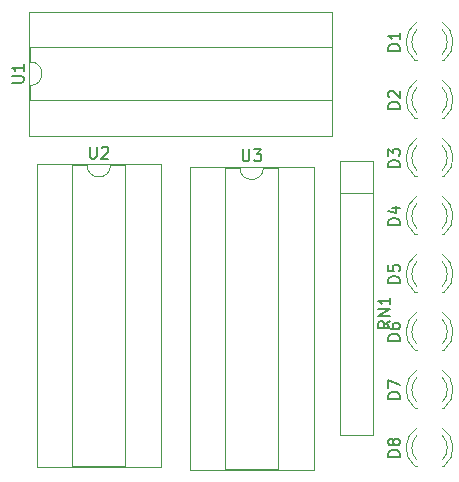
<source format=gbr>
%TF.GenerationSoftware,KiCad,Pcbnew,6.0.2+dfsg-1*%
%TF.CreationDate,2023-02-24T13:33:50-05:00*%
%TF.ProjectId,Register,52656769-7374-4657-922e-6b696361645f,rev?*%
%TF.SameCoordinates,Original*%
%TF.FileFunction,Legend,Top*%
%TF.FilePolarity,Positive*%
%FSLAX46Y46*%
G04 Gerber Fmt 4.6, Leading zero omitted, Abs format (unit mm)*
G04 Created by KiCad (PCBNEW 6.0.2+dfsg-1) date 2023-02-24 13:33:50*
%MOMM*%
%LPD*%
G01*
G04 APERTURE LIST*
%ADD10C,0.150000*%
%ADD11C,0.120000*%
G04 APERTURE END LIST*
D10*
%TO.C,D3*%
X80962380Y-68023095D02*
X79962380Y-68023095D01*
X79962380Y-67785000D01*
X80010000Y-67642142D01*
X80105238Y-67546904D01*
X80200476Y-67499285D01*
X80390952Y-67451666D01*
X80533809Y-67451666D01*
X80724285Y-67499285D01*
X80819523Y-67546904D01*
X80914761Y-67642142D01*
X80962380Y-67785000D01*
X80962380Y-68023095D01*
X79962380Y-67118333D02*
X79962380Y-66499285D01*
X80343333Y-66832619D01*
X80343333Y-66689761D01*
X80390952Y-66594523D01*
X80438571Y-66546904D01*
X80533809Y-66499285D01*
X80771904Y-66499285D01*
X80867142Y-66546904D01*
X80914761Y-66594523D01*
X80962380Y-66689761D01*
X80962380Y-66975476D01*
X80914761Y-67070714D01*
X80867142Y-67118333D01*
%TO.C,U3*%
X67648095Y-66557380D02*
X67648095Y-67366904D01*
X67695714Y-67462142D01*
X67743333Y-67509761D01*
X67838571Y-67557380D01*
X68029047Y-67557380D01*
X68124285Y-67509761D01*
X68171904Y-67462142D01*
X68219523Y-67366904D01*
X68219523Y-66557380D01*
X68600476Y-66557380D02*
X69219523Y-66557380D01*
X68886190Y-66938333D01*
X69029047Y-66938333D01*
X69124285Y-66985952D01*
X69171904Y-67033571D01*
X69219523Y-67128809D01*
X69219523Y-67366904D01*
X69171904Y-67462142D01*
X69124285Y-67509761D01*
X69029047Y-67557380D01*
X68743333Y-67557380D01*
X68648095Y-67509761D01*
X68600476Y-67462142D01*
%TO.C,D7*%
X80962380Y-87653095D02*
X79962380Y-87653095D01*
X79962380Y-87415000D01*
X80010000Y-87272142D01*
X80105238Y-87176904D01*
X80200476Y-87129285D01*
X80390952Y-87081666D01*
X80533809Y-87081666D01*
X80724285Y-87129285D01*
X80819523Y-87176904D01*
X80914761Y-87272142D01*
X80962380Y-87415000D01*
X80962380Y-87653095D01*
X79962380Y-86748333D02*
X79962380Y-86081666D01*
X80962380Y-86510238D01*
%TO.C,U2*%
X54708095Y-66337380D02*
X54708095Y-67146904D01*
X54755714Y-67242142D01*
X54803333Y-67289761D01*
X54898571Y-67337380D01*
X55089047Y-67337380D01*
X55184285Y-67289761D01*
X55231904Y-67242142D01*
X55279523Y-67146904D01*
X55279523Y-66337380D01*
X55708095Y-66432619D02*
X55755714Y-66385000D01*
X55850952Y-66337380D01*
X56089047Y-66337380D01*
X56184285Y-66385000D01*
X56231904Y-66432619D01*
X56279523Y-66527857D01*
X56279523Y-66623095D01*
X56231904Y-66765952D01*
X55660476Y-67337380D01*
X56279523Y-67337380D01*
%TO.C,D4*%
X80962380Y-72933095D02*
X79962380Y-72933095D01*
X79962380Y-72695000D01*
X80010000Y-72552142D01*
X80105238Y-72456904D01*
X80200476Y-72409285D01*
X80390952Y-72361666D01*
X80533809Y-72361666D01*
X80724285Y-72409285D01*
X80819523Y-72456904D01*
X80914761Y-72552142D01*
X80962380Y-72695000D01*
X80962380Y-72933095D01*
X80295714Y-71504523D02*
X80962380Y-71504523D01*
X79914761Y-71742619D02*
X80629047Y-71980714D01*
X80629047Y-71361666D01*
%TO.C,D1*%
X80962380Y-58198095D02*
X79962380Y-58198095D01*
X79962380Y-57960000D01*
X80010000Y-57817142D01*
X80105238Y-57721904D01*
X80200476Y-57674285D01*
X80390952Y-57626666D01*
X80533809Y-57626666D01*
X80724285Y-57674285D01*
X80819523Y-57721904D01*
X80914761Y-57817142D01*
X80962380Y-57960000D01*
X80962380Y-58198095D01*
X80962380Y-56674285D02*
X80962380Y-57245714D01*
X80962380Y-56960000D02*
X79962380Y-56960000D01*
X80105238Y-57055238D01*
X80200476Y-57150476D01*
X80248095Y-57245714D01*
%TO.C,U1*%
X48102380Y-60911904D02*
X48911904Y-60911904D01*
X49007142Y-60864285D01*
X49054761Y-60816666D01*
X49102380Y-60721428D01*
X49102380Y-60530952D01*
X49054761Y-60435714D01*
X49007142Y-60388095D01*
X48911904Y-60340476D01*
X48102380Y-60340476D01*
X49102380Y-59340476D02*
X49102380Y-59911904D01*
X49102380Y-59626190D02*
X48102380Y-59626190D01*
X48245238Y-59721428D01*
X48340476Y-59816666D01*
X48388095Y-59911904D01*
%TO.C,D8*%
X80962380Y-92563095D02*
X79962380Y-92563095D01*
X79962380Y-92325000D01*
X80010000Y-92182142D01*
X80105238Y-92086904D01*
X80200476Y-92039285D01*
X80390952Y-91991666D01*
X80533809Y-91991666D01*
X80724285Y-92039285D01*
X80819523Y-92086904D01*
X80914761Y-92182142D01*
X80962380Y-92325000D01*
X80962380Y-92563095D01*
X80390952Y-91420238D02*
X80343333Y-91515476D01*
X80295714Y-91563095D01*
X80200476Y-91610714D01*
X80152857Y-91610714D01*
X80057619Y-91563095D01*
X80010000Y-91515476D01*
X79962380Y-91420238D01*
X79962380Y-91229761D01*
X80010000Y-91134523D01*
X80057619Y-91086904D01*
X80152857Y-91039285D01*
X80200476Y-91039285D01*
X80295714Y-91086904D01*
X80343333Y-91134523D01*
X80390952Y-91229761D01*
X80390952Y-91420238D01*
X80438571Y-91515476D01*
X80486190Y-91563095D01*
X80581428Y-91610714D01*
X80771904Y-91610714D01*
X80867142Y-91563095D01*
X80914761Y-91515476D01*
X80962380Y-91420238D01*
X80962380Y-91229761D01*
X80914761Y-91134523D01*
X80867142Y-91086904D01*
X80771904Y-91039285D01*
X80581428Y-91039285D01*
X80486190Y-91086904D01*
X80438571Y-91134523D01*
X80390952Y-91229761D01*
%TO.C,RN1*%
X80122380Y-81110476D02*
X79646190Y-81443809D01*
X80122380Y-81681904D02*
X79122380Y-81681904D01*
X79122380Y-81300952D01*
X79170000Y-81205714D01*
X79217619Y-81158095D01*
X79312857Y-81110476D01*
X79455714Y-81110476D01*
X79550952Y-81158095D01*
X79598571Y-81205714D01*
X79646190Y-81300952D01*
X79646190Y-81681904D01*
X80122380Y-80681904D02*
X79122380Y-80681904D01*
X80122380Y-80110476D01*
X79122380Y-80110476D01*
X80122380Y-79110476D02*
X80122380Y-79681904D01*
X80122380Y-79396190D02*
X79122380Y-79396190D01*
X79265238Y-79491428D01*
X79360476Y-79586666D01*
X79408095Y-79681904D01*
%TO.C,D6*%
X80962380Y-82743095D02*
X79962380Y-82743095D01*
X79962380Y-82505000D01*
X80010000Y-82362142D01*
X80105238Y-82266904D01*
X80200476Y-82219285D01*
X80390952Y-82171666D01*
X80533809Y-82171666D01*
X80724285Y-82219285D01*
X80819523Y-82266904D01*
X80914761Y-82362142D01*
X80962380Y-82505000D01*
X80962380Y-82743095D01*
X79962380Y-81314523D02*
X79962380Y-81505000D01*
X80010000Y-81600238D01*
X80057619Y-81647857D01*
X80200476Y-81743095D01*
X80390952Y-81790714D01*
X80771904Y-81790714D01*
X80867142Y-81743095D01*
X80914761Y-81695476D01*
X80962380Y-81600238D01*
X80962380Y-81409761D01*
X80914761Y-81314523D01*
X80867142Y-81266904D01*
X80771904Y-81219285D01*
X80533809Y-81219285D01*
X80438571Y-81266904D01*
X80390952Y-81314523D01*
X80343333Y-81409761D01*
X80343333Y-81600238D01*
X80390952Y-81695476D01*
X80438571Y-81743095D01*
X80533809Y-81790714D01*
%TO.C,D5*%
X80962380Y-77843095D02*
X79962380Y-77843095D01*
X79962380Y-77605000D01*
X80010000Y-77462142D01*
X80105238Y-77366904D01*
X80200476Y-77319285D01*
X80390952Y-77271666D01*
X80533809Y-77271666D01*
X80724285Y-77319285D01*
X80819523Y-77366904D01*
X80914761Y-77462142D01*
X80962380Y-77605000D01*
X80962380Y-77843095D01*
X79962380Y-76366904D02*
X79962380Y-76843095D01*
X80438571Y-76890714D01*
X80390952Y-76843095D01*
X80343333Y-76747857D01*
X80343333Y-76509761D01*
X80390952Y-76414523D01*
X80438571Y-76366904D01*
X80533809Y-76319285D01*
X80771904Y-76319285D01*
X80867142Y-76366904D01*
X80914761Y-76414523D01*
X80962380Y-76509761D01*
X80962380Y-76747857D01*
X80914761Y-76843095D01*
X80867142Y-76890714D01*
%TO.C,D2*%
X80962380Y-63108095D02*
X79962380Y-63108095D01*
X79962380Y-62870000D01*
X80010000Y-62727142D01*
X80105238Y-62631904D01*
X80200476Y-62584285D01*
X80390952Y-62536666D01*
X80533809Y-62536666D01*
X80724285Y-62584285D01*
X80819523Y-62631904D01*
X80914761Y-62727142D01*
X80962380Y-62870000D01*
X80962380Y-63108095D01*
X80057619Y-62155714D02*
X80010000Y-62108095D01*
X79962380Y-62012857D01*
X79962380Y-61774761D01*
X80010000Y-61679523D01*
X80057619Y-61631904D01*
X80152857Y-61584285D01*
X80248095Y-61584285D01*
X80390952Y-61631904D01*
X80962380Y-62203333D01*
X80962380Y-61584285D01*
D11*
%TO.C,D3*%
X84550000Y-68845000D02*
X84706000Y-68845000D01*
X82234000Y-68845000D02*
X82390000Y-68845000D01*
X82391392Y-65612665D02*
G75*
G03*
X82234484Y-68845000I1078609J-1672335D01*
G01*
X82390163Y-66243870D02*
G75*
G03*
X82390000Y-68325961I1079837J-1041130D01*
G01*
X84705516Y-68845000D02*
G75*
G03*
X84548608Y-65612665I-1235517J1560000D01*
G01*
X84550000Y-68325961D02*
G75*
G03*
X84549837Y-66243870I-1080000J1040961D01*
G01*
%TO.C,U3*%
X67410000Y-68105000D02*
X66160000Y-68105000D01*
X63160000Y-68045000D02*
X63160000Y-93685000D01*
X73660000Y-93685000D02*
X73660000Y-68045000D01*
X63160000Y-93685000D02*
X73660000Y-93685000D01*
X70660000Y-68105000D02*
X69410000Y-68105000D01*
X73660000Y-68045000D02*
X63160000Y-68045000D01*
X66160000Y-93625000D02*
X70660000Y-93625000D01*
X70660000Y-93625000D02*
X70660000Y-68105000D01*
X66160000Y-68105000D02*
X66160000Y-93625000D01*
X67410000Y-68105000D02*
G75*
G03*
X69410000Y-68105000I1000000J0D01*
G01*
%TO.C,D7*%
X82234000Y-88475000D02*
X82390000Y-88475000D01*
X84550000Y-88475000D02*
X84706000Y-88475000D01*
X82391392Y-85242665D02*
G75*
G03*
X82234484Y-88475000I1078609J-1672335D01*
G01*
X84550000Y-87955961D02*
G75*
G03*
X84549837Y-85873870I-1080000J1040961D01*
G01*
X84705516Y-88475000D02*
G75*
G03*
X84548608Y-85242665I-1235517J1560000D01*
G01*
X82390163Y-85873870D02*
G75*
G03*
X82390000Y-87955961I1079837J-1041130D01*
G01*
%TO.C,U2*%
X50220000Y-67825000D02*
X50220000Y-93465000D01*
X57720000Y-93405000D02*
X57720000Y-67885000D01*
X53220000Y-67885000D02*
X53220000Y-93405000D01*
X60720000Y-67825000D02*
X50220000Y-67825000D01*
X53220000Y-93405000D02*
X57720000Y-93405000D01*
X60720000Y-93465000D02*
X60720000Y-67825000D01*
X54470000Y-67885000D02*
X53220000Y-67885000D01*
X50220000Y-93465000D02*
X60720000Y-93465000D01*
X57720000Y-67885000D02*
X56470000Y-67885000D01*
X54470000Y-67885000D02*
G75*
G03*
X56470000Y-67885000I1000000J0D01*
G01*
%TO.C,D4*%
X82234000Y-73755000D02*
X82390000Y-73755000D01*
X84550000Y-73755000D02*
X84706000Y-73755000D01*
X82391392Y-70522665D02*
G75*
G03*
X82234484Y-73755000I1078609J-1672335D01*
G01*
X84705516Y-73755000D02*
G75*
G03*
X84548608Y-70522665I-1235517J1560000D01*
G01*
X82390163Y-71153870D02*
G75*
G03*
X82390000Y-73235961I1079837J-1041130D01*
G01*
X84550000Y-73235961D02*
G75*
G03*
X84549837Y-71153870I-1080000J1040961D01*
G01*
%TO.C,D1*%
X84550000Y-59020000D02*
X84706000Y-59020000D01*
X82234000Y-59020000D02*
X82390000Y-59020000D01*
X82391392Y-55787665D02*
G75*
G03*
X82234484Y-59020000I1078609J-1672335D01*
G01*
X84550000Y-58500961D02*
G75*
G03*
X84549837Y-56418870I-1080000J1040961D01*
G01*
X82390163Y-56418870D02*
G75*
G03*
X82390000Y-58500961I1079837J-1041130D01*
G01*
X84705516Y-59020000D02*
G75*
G03*
X84548608Y-55787665I-1235517J1560000D01*
G01*
%TO.C,U1*%
X49590000Y-54900000D02*
X49590000Y-65400000D01*
X49650000Y-57900000D02*
X49650000Y-59150000D01*
X49650000Y-62400000D02*
X75170000Y-62400000D01*
X75230000Y-65400000D02*
X75230000Y-54900000D01*
X75170000Y-57900000D02*
X49650000Y-57900000D01*
X75170000Y-62400000D02*
X75170000Y-57900000D01*
X49650000Y-61150000D02*
X49650000Y-62400000D01*
X49590000Y-65400000D02*
X75230000Y-65400000D01*
X75230000Y-54900000D02*
X49590000Y-54900000D01*
X49650000Y-61150000D02*
G75*
G03*
X49650000Y-59150000I0J1000000D01*
G01*
%TO.C,D8*%
X84550000Y-93385000D02*
X84706000Y-93385000D01*
X82234000Y-93385000D02*
X82390000Y-93385000D01*
X84550000Y-92865961D02*
G75*
G03*
X84549837Y-90783870I-1080000J1040961D01*
G01*
X82391392Y-90152665D02*
G75*
G03*
X82234484Y-93385000I1078609J-1672335D01*
G01*
X82390163Y-90783870D02*
G75*
G03*
X82390000Y-92865961I1079837J-1041130D01*
G01*
X84705516Y-93385000D02*
G75*
G03*
X84548608Y-90152665I-1235517J1560000D01*
G01*
%TO.C,RN1*%
X75870000Y-90750000D02*
X78670000Y-90750000D01*
X75870000Y-67550000D02*
X75870000Y-90750000D01*
X78670000Y-70260000D02*
X75870000Y-70260000D01*
X78670000Y-90750000D02*
X78670000Y-67550000D01*
X78670000Y-67550000D02*
X75870000Y-67550000D01*
%TO.C,D6*%
X84550000Y-83565000D02*
X84706000Y-83565000D01*
X82234000Y-83565000D02*
X82390000Y-83565000D01*
X84705516Y-83565000D02*
G75*
G03*
X84548608Y-80332665I-1235517J1560000D01*
G01*
X84550000Y-83045961D02*
G75*
G03*
X84549837Y-80963870I-1080000J1040961D01*
G01*
X82390163Y-80963870D02*
G75*
G03*
X82390000Y-83045961I1079837J-1041130D01*
G01*
X82391392Y-80332665D02*
G75*
G03*
X82234484Y-83565000I1078609J-1672335D01*
G01*
%TO.C,D5*%
X82234000Y-78665000D02*
X82390000Y-78665000D01*
X84550000Y-78665000D02*
X84706000Y-78665000D01*
X84705516Y-78665000D02*
G75*
G03*
X84548608Y-75432665I-1235517J1560000D01*
G01*
X82390163Y-76063870D02*
G75*
G03*
X82390000Y-78145961I1079837J-1041130D01*
G01*
X82391392Y-75432665D02*
G75*
G03*
X82234484Y-78665000I1078609J-1672335D01*
G01*
X84550000Y-78145961D02*
G75*
G03*
X84549837Y-76063870I-1080000J1040961D01*
G01*
%TO.C,D2*%
X82234000Y-63930000D02*
X82390000Y-63930000D01*
X84550000Y-63930000D02*
X84706000Y-63930000D01*
X84705516Y-63930000D02*
G75*
G03*
X84548608Y-60697665I-1235517J1560000D01*
G01*
X84550000Y-63410961D02*
G75*
G03*
X84549837Y-61328870I-1080000J1040961D01*
G01*
X82391392Y-60697665D02*
G75*
G03*
X82234484Y-63930000I1078609J-1672335D01*
G01*
X82390163Y-61328870D02*
G75*
G03*
X82390000Y-63410961I1079837J-1041130D01*
G01*
%TD*%
M02*

</source>
